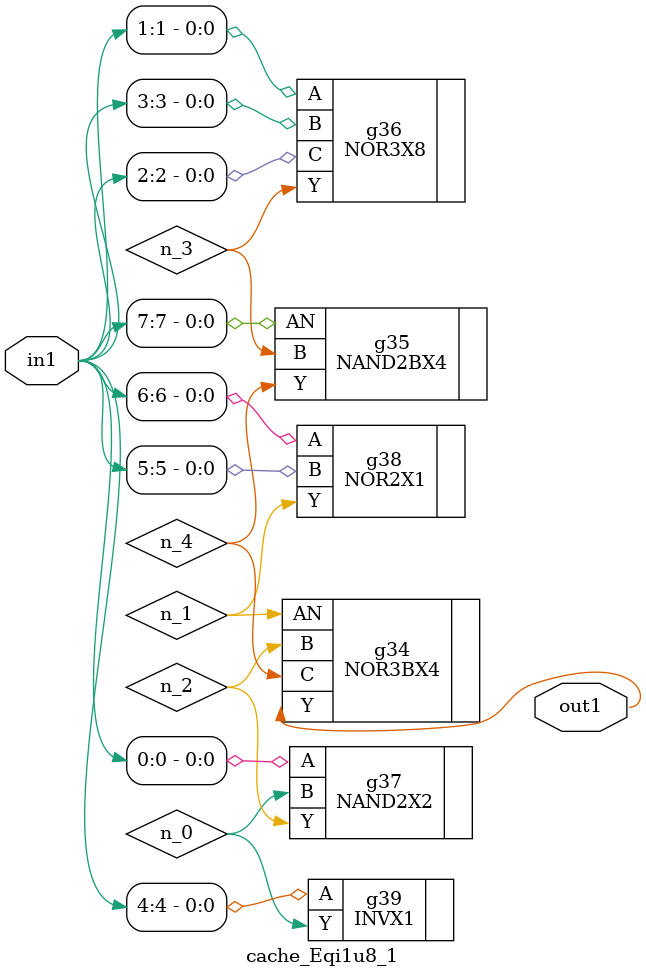
<source format=v>
`timescale 1ps / 1ps


module cache_Eqi1u8_1(in1, out1);
  input [7:0] in1;
  output out1;
  wire [7:0] in1;
  wire out1;
  wire n_0, n_1, n_2, n_3, n_4;
  NOR3BX4 g34(.AN (n_1), .B (n_2), .C (n_4), .Y (out1));
  NAND2BX4 g35(.AN (in1[7]), .B (n_3), .Y (n_4));
  NOR3X8 g36(.A (in1[1]), .B (in1[3]), .C (in1[2]), .Y (n_3));
  NAND2X2 g37(.A (in1[0]), .B (n_0), .Y (n_2));
  NOR2X1 g38(.A (in1[6]), .B (in1[5]), .Y (n_1));
  INVX1 g39(.A (in1[4]), .Y (n_0));
endmodule


</source>
